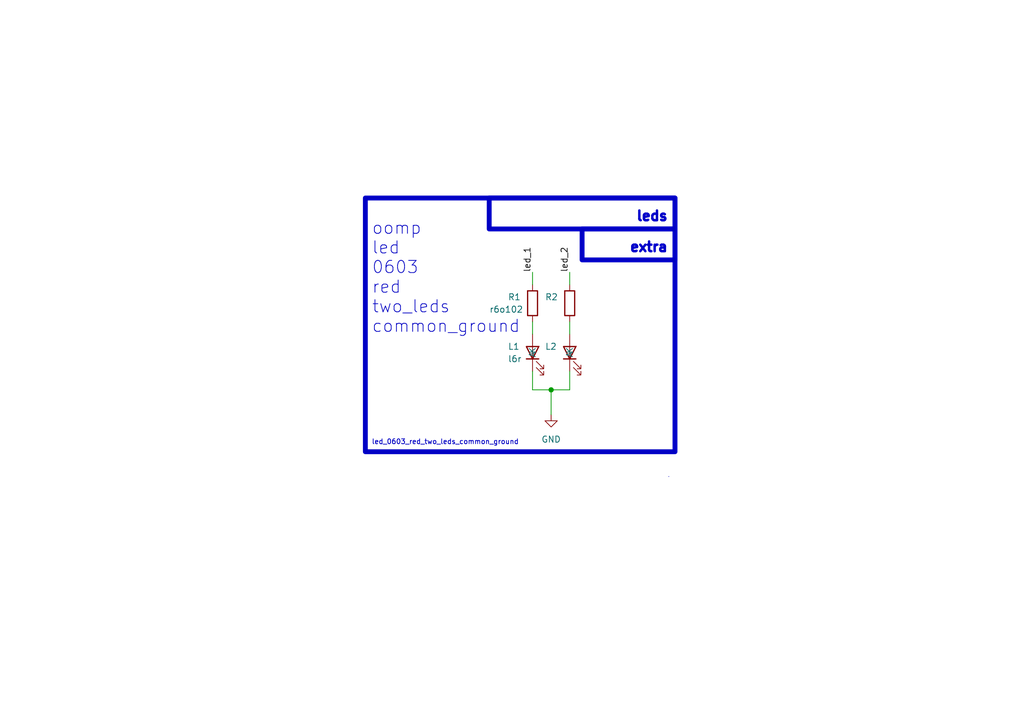
<source format=kicad_sch>
(kicad_sch (version 20230121) (generator eeschema)
  (paper "A5")
  (lib_symbols
    (symbol "oomlout_oomp_part_symbols:l6r_electronic_led_0603_red" (pin_numbers hide) (pin_names (offset 1.016))
      (property "Reference" "L" (at 0 2.54 0))
      (property "Value" "l6r_electronic_led_0603_red" (at 0 -2.54 0))
      (symbol "l6r_electronic_led_0603_red_0_1"
        (polyline (pts (xy -1.27 -1.27) (xy -1.27 1.27)) (stroke (width 0.254)))
        (polyline (pts (xy -1.27 0) (xy 1.27 0)))
        (polyline (pts (xy 1.27 -1.27) (xy 1.27 1.27) (xy -1.27 0) (xy 1.27 -1.27)) (stroke (width 0.254)))
        (polyline (pts (xy -3.048 -0.762) (xy -4.572 -2.286) (xy -3.81 -2.286) (xy -4.572 -2.286) (xy -4.572 -1.524)))
        (polyline (pts (xy -1.778 -0.762) (xy -3.302 -2.286) (xy -2.54 -2.286) (xy -3.302 -2.286) (xy -3.302 -1.524)))
      )
      (symbol "l6r_electronic_led_0603_red_1_1"
        (pin passive line (at -3.81 0 0) (length 2.54) (name "K") (number "1"))
        (pin passive line (at 3.81 0 180) (length 2.54) (name "A") (number "2"))
      )
    )
    (symbol "oomlout_oomp_part_symbols:r6o102_electronic_resistor_0603_1000_ohm" (pin_numbers hide) (pin_names (offset 0))
      (property "Reference" "R" (at 2.032 0 90))
      (property "Value" "r6o102_electronic_resistor_0603_1000_ohm" (at 0 0 90))
      (symbol "r6o102_electronic_resistor_0603_1000_ohm_0_1"
        (rectangle (start -1.016 -2.54) (end 1.016 2.54) (stroke (width 0.254)))
      )
      (symbol "r6o102_electronic_resistor_0603_1000_ohm_1_1"
        (pin passive line (at 0 3.81 270) (length 1.27) (name "~") (number "1"))
        (pin passive line (at 0 -3.81 90) (length 1.27) (name "~") (number "2"))
      )
    )
    (symbol "power:GND" (power) (pin_names (offset 0))
      (property "Value" "GND" (at 0 -3.81 0))
      (symbol "GND_0_1"
        (polyline (pts (xy 0 0) (xy 0 -1.27) (xy 1.27 -1.27) (xy 0 -2.54) (xy -1.27 -1.27) (xy 0 -1.27)))
      )
      (symbol "GND_1_1"
        (pin power_in line (at 0 0 270) (length 0) hide (name "GND") (number "1"))
      )
    )
  )
  (junction (at 113.03 80.01))
  (wire (pts (xy 109.22 66.04) (xy 109.22 68.58)))
  (wire (pts (xy 116.84 76.2) (xy 116.84 80.01)))
  (wire (pts (xy 113.03 80.01) (xy 113.03 85.09)))
  (wire (pts (xy 109.22 80.01) (xy 113.03 80.01)))
  (wire (pts (xy 116.84 55.88) (xy 116.84 58.42)))
  (wire (pts (xy 109.22 55.88) (xy 109.22 58.42)))
  (wire (pts (xy 116.84 66.04) (xy 116.84 68.58)))
  (wire (pts (xy 113.03 80.01) (xy 116.84 80.01)))
  (wire (pts (xy 109.22 76.2) (xy 109.22 80.01)))
  (rectangle (start 119.38 46.99) (end 138.43 53.34) (stroke (width 1)))
  (rectangle (start 100.33 40.64) (end 138.43 46.99) (stroke (width 1)))
  (rectangle (start 74.93 40.64) (end 138.43 92.71) (stroke (width 1)))
  (rectangle (start 137.16 97.79) (end 137.16 97.79))
  (text "extra" (at 137.16 52.07 0) (effects (font (size 2 2) (thickness 0.8) bold) (justify right bottom)))
  (text "oomp\nled\n0603\nred\ntwo_leds\ncommon_ground\n" (at 76.2 68.58 0) (effects (font (size 2.5 2.5)) (justify left bottom)))
  (text "led_0603_red_two_leds_common_ground" (at 76.2 91.44 0) (effects (font (size 1 1)) (justify left bottom)))
  (text "leds" (at 137.16 45.72 0) (effects (font (size 2 2) (thickness 0.8) bold) (justify right bottom)))
  (label "led_2" (at 116.84 55.88 90))
  (label "led_1" (at 109.22 55.88 90))
  (symbol (lib_id "oomlout_oomp_part_symbols:l6r_electronic_led_0603_red") (at 116.84 72.39 90) (unit 1)
    (property "Reference" "L2" (at 111.76 71.12 90) (effects (justify right)))
    (property "Value" "l6r" (effects hide))
    (property "Footprint" "l6r_electronic_led_0603_red" (effects hide))
    (property "Datasheet" "https://github.com/oomlout/oomlout_oomp_v3/parts/electronic_led_0603_red/datasheet.pdf" (effects hide))
  )
  (symbol (lib_id "oomlout_oomp_part_symbols:l6r_electronic_led_0603_red") (at 109.22 72.39 90) (unit 1)
    (property "Reference" "L1" (at 104.14 71.12 90) (effects (justify right)))
    (property "Value" "l6r" (at 104.14 73.66 90) (effects (justify right)))
    (property "Footprint" "l6r_electronic_led_0603_red" (effects hide))
    (property "Datasheet" "https://github.com/oomlout/oomlout_oomp_v3/parts/electronic_led_0603_red/datasheet.pdf" (effects hide))
  )
  (symbol (lib_id "power:GND") (at 113.03 85.09 0) (unit 1)
    (property "Reference" "#PWR02" (effects hide))
    (property "Value" "GND" (at 113.03 90.17 0))
  )
  (symbol (lib_id "oomlout_oomp_part_symbols:r6o102_electronic_resistor_0603_1000_ohm") (at 109.22 62.23 180) (unit 1)
    (property "Reference" "R1" (at 104.14 60.96 0) (effects (justify right)))
    (property "Value" "r6o102" (at 100.33 63.5 0) (effects (justify right)))
    (property "Footprint" "r6o102_electronic_resistor_0603_1000_ohm" (effects hide))
    (property "Datasheet" "https://github.com/oomlout/oomlout_oomp_v3/parts/electronic_resistor_0603_1000_ohm/datasheet.pdf" (effects hide))
  )
  (symbol (lib_id "oomlout_oomp_part_symbols:r6o102_electronic_resistor_0603_1000_ohm") (at 116.84 62.23 180) (unit 1)
    (property "Reference" "R2" (at 111.76 60.96 0) (effects (justify right)))
    (property "Value" "r6o102" (effects hide))
    (property "Footprint" "r6o102_electronic_resistor_0603_1000_ohm" (effects hide))
    (property "Datasheet" "https://github.com/oomlout/oomlout_oomp_v3/parts/electronic_resistor_0603_1000_ohm/datasheet.pdf" (effects hide))
  )
)
</source>
